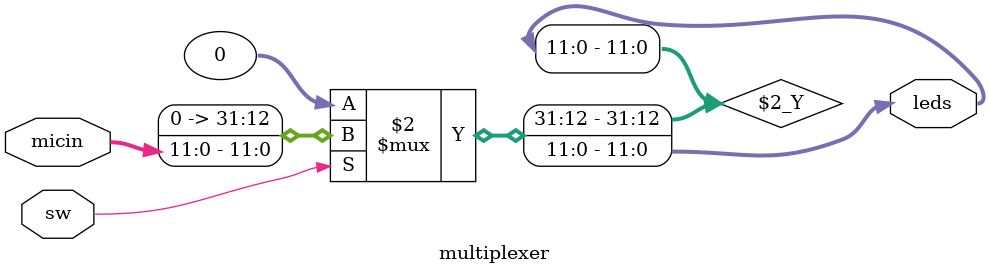
<source format=v>
`timescale 1ns / 1ps


module multiplexer(input sw,input [11:0] micin, output [11:0] leds);

assign leds = (sw)? micin: 0;

endmodule

</source>
